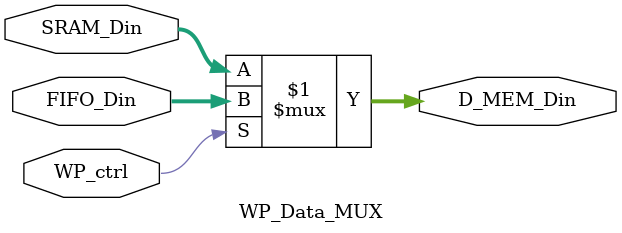
<source format=v>
`timescale 1ns / 1ps

module WP_Data_MUX
(
    input WP_ctrl,

    input [63:0] SRAM_Din,
    input [63:0] FIFO_Din,

    output [63:0] D_MEM_Din
);

    assign D_MEM_Din = WP_ctrl ? FIFO_Din : SRAM_Din;

endmodule
</source>
